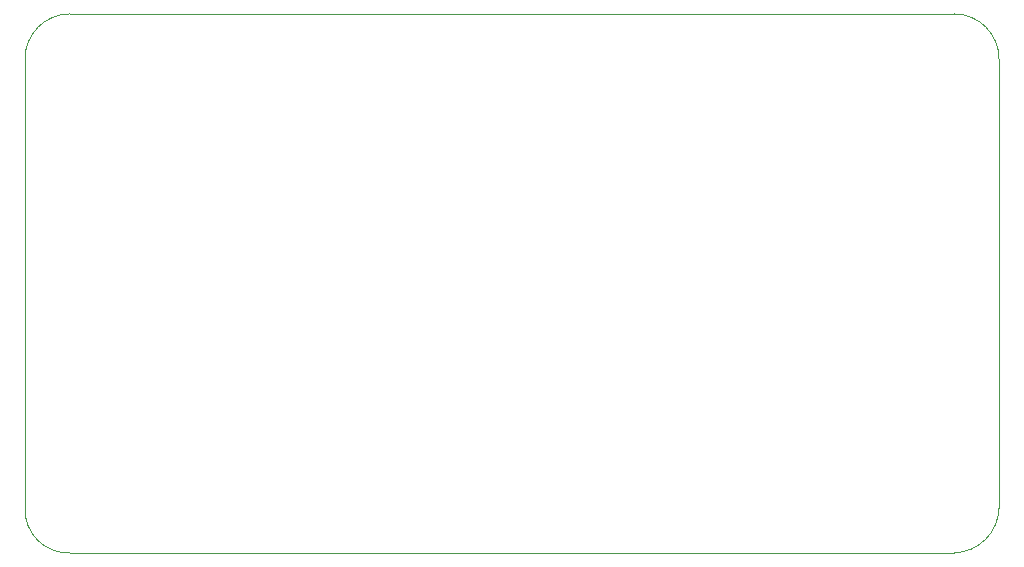
<source format=gm1>
G04 #@! TF.GenerationSoftware,KiCad,Pcbnew,7.0.7*
G04 #@! TF.CreationDate,2024-07-14T01:34:52-07:00*
G04 #@! TF.ProjectId,AnalogBox,416e616c-6f67-4426-9f78-2e6b69636164,rev?*
G04 #@! TF.SameCoordinates,Original*
G04 #@! TF.FileFunction,Profile,NP*
%FSLAX46Y46*%
G04 Gerber Fmt 4.6, Leading zero omitted, Abs format (unit mm)*
G04 Created by KiCad (PCBNEW 7.0.7) date 2024-07-14 01:34:52*
%MOMM*%
%LPD*%
G01*
G04 APERTURE LIST*
G04 #@! TA.AperFunction,Profile*
%ADD10C,0.100000*%
G04 #@! TD*
G04 APERTURE END LIST*
D10*
X29210000Y-25400000D02*
X104140000Y-25400000D01*
X29210000Y-25400000D02*
G75*
G03*
X25400000Y-29210000I0J-3810000D01*
G01*
X107950000Y-29210000D02*
G75*
G03*
X104140000Y-25400000I-3810000J0D01*
G01*
X25400000Y-67310000D02*
G75*
G03*
X29210000Y-71120000I3668130J-141870D01*
G01*
X104140000Y-71120000D02*
X29210000Y-71120000D01*
X104140000Y-71120000D02*
G75*
G03*
X107950000Y-67310000I-98140J3908140D01*
G01*
X107950000Y-29210000D02*
X107950000Y-67310000D01*
X25400000Y-67310000D02*
X25400000Y-29210000D01*
M02*

</source>
